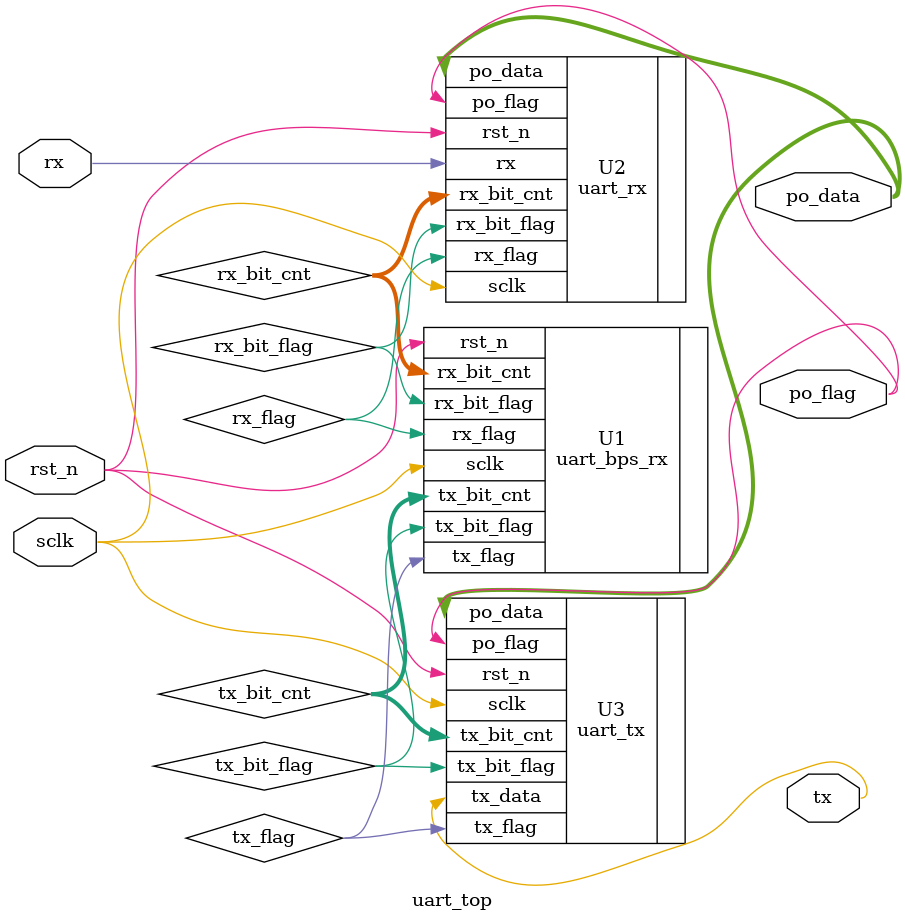
<source format=v>
module		uart_top(
		input		wire					sclk					,
		input		wire					rst_n					, 
		input		wire					rx      			,
		output	wire[7:0]			po_data				,//to		U3
		output	wire					po_flag				,//to 	U3	
		output	wire					tx							//tx²¢ÐÐ°ËÎ»Êý¾Ý
);

wire					rx_bit_flag		;//to		U2 
wire[3:0]			rx_bit_cnt		;//to  	U2
wire					tx_bit_flag		;//to		U3 
wire[3:0]			tx_bit_cnt	  ;//to 	U3
//wire[7:0]			po_data				;//to		U3  
wire					rx_flag				;//to 	U1
//wire					po_flag				;//to 	U3	
		
//bpsÀý»¯
uart_bps_rx	U1(
.sclk					(sclk				),//from top
.rst_n				(rst_n			),//from top
.rx_flag			(rx_flag		),//from U2
.tx_flag			(tx_flag		),//from U3
.rx_bit_flag	(rx_bit_flag),//to	U2
.rx_bit_cnt		(rx_bit_cnt	),//to  U2
.tx_bit_flag	(tx_bit_flag),//to	U3
.tx_bit_cnt	  (tx_bit_cnt	) //to  U3
);

//rxÀý»¯
uart_rx	U2(
.sclk				(sclk				),//from	top
.rst_n			(rst_n			),//from	top
.rx					(rx					),//from	top
.rx_bit_cnt	(rx_bit_cnt	),//from	U1
.rx_bit_flag(rx_bit_flag),//from	U1
.po_data		(po_data		),//to		U3	 
.rx_flag		(rx_flag		),//to 		U1
.po_flag		(po_flag		)	//to 		U3
	
);

//txÀý»¯
uart_tx	U3(
.sclk				(sclk				),//from	top 
.rst_n			(rst_n			),//from	top 
.po_flag		(po_flag		),//from	U2 
.po_data		(po_data		),//from	U2  
.tx_bit_flag(tx_bit_flag),//from	U1  
.tx_bit_cnt	(tx_bit_cnt	),//from	U1	
.tx_flag		(tx_flag		),//from	U1
.tx_data		(tx		)	//to 		top  	
);                          

endmodule
</source>
